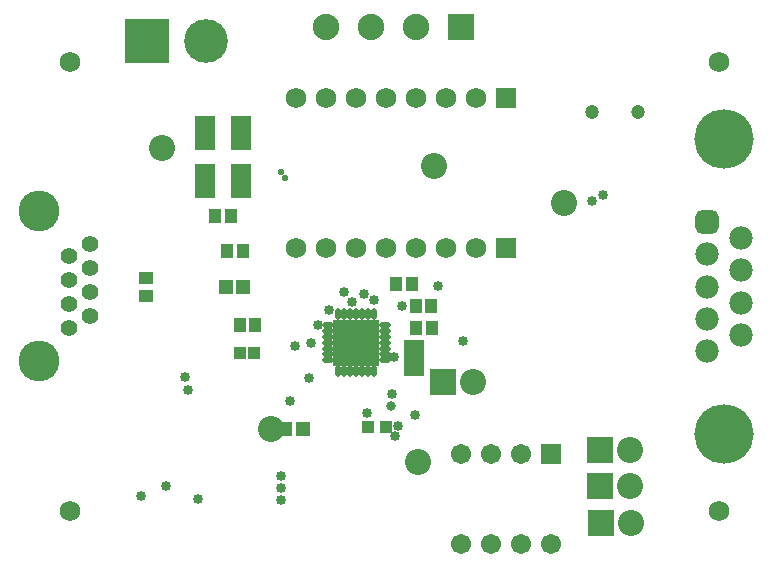
<source format=gbs>
G04 Layer_Color=8150272*
%FSLAX24Y24*%
%MOIN*%
G70*
G01*
G75*
%ADD82R,0.0493X0.0474*%
%ADD84C,0.0680*%
%ADD85C,0.0552*%
%ADD86C,0.1360*%
%ADD87C,0.0671*%
%ADD88R,0.0671X0.0671*%
%ADD89C,0.0780*%
G04:AMPARAMS|DCode=90|XSize=78mil|YSize=78mil|CornerRadius=21.5mil|HoleSize=0mil|Usage=FLASHONLY|Rotation=90.000|XOffset=0mil|YOffset=0mil|HoleType=Round|Shape=RoundedRectangle|*
%AMROUNDEDRECTD90*
21,1,0.0780,0.0350,0,0,90.0*
21,1,0.0350,0.0780,0,0,90.0*
1,1,0.0430,0.0175,0.0175*
1,1,0.0430,0.0175,-0.0175*
1,1,0.0430,-0.0175,-0.0175*
1,1,0.0430,-0.0175,0.0175*
%
%ADD90ROUNDEDRECTD90*%
%ADD91C,0.1980*%
%ADD92R,0.0680X0.0680*%
%ADD93C,0.0867*%
%ADD94R,0.0867X0.0867*%
%ADD95C,0.1458*%
%ADD96R,0.1458X0.1458*%
%ADD97C,0.0880*%
%ADD98R,0.0880X0.0880*%
%ADD99C,0.0474*%
%ADD100C,0.0336*%
%ADD101C,0.0316*%
%ADD102C,0.0218*%
%ADD103C,0.0332*%
%ADD104R,0.0671X0.1182*%
%ADD105R,0.0434X0.0474*%
%ADD106R,0.0454X0.0493*%
%ADD107R,0.0513X0.0434*%
%ADD108R,0.0651X0.0592*%
%ADD109R,0.0395X0.0434*%
%ADD110R,0.0434X0.0434*%
%ADD111O,0.0395X0.0178*%
%ADD112O,0.0178X0.0395*%
%ADD113R,0.1537X0.1537*%
D82*
X13681Y30709D02*
D03*
X13091D02*
D03*
D84*
X5906Y27953D02*
D03*
X27559Y42913D02*
D03*
X5906D02*
D03*
X27559Y27953D02*
D03*
X19472Y41732D02*
D03*
X18472D02*
D03*
X17472D02*
D03*
X16472D02*
D03*
X15472D02*
D03*
X14472D02*
D03*
X13472D02*
D03*
X19472Y36732D02*
D03*
X18472D02*
D03*
X17472D02*
D03*
X16472D02*
D03*
X15472D02*
D03*
X14472D02*
D03*
X13472D02*
D03*
D85*
X5882Y36457D02*
D03*
X6583Y36059D02*
D03*
X5882Y35657D02*
D03*
X6583Y35260D02*
D03*
Y36858D02*
D03*
X5882Y34858D02*
D03*
X6583Y34461D02*
D03*
X5882Y34063D02*
D03*
D86*
X4882Y37961D02*
D03*
Y32961D02*
D03*
D87*
X18972Y26846D02*
D03*
X19972D02*
D03*
X20972D02*
D03*
X21972D02*
D03*
X18972Y29846D02*
D03*
X19972D02*
D03*
X20972D02*
D03*
D88*
X21972D02*
D03*
D89*
X28285Y37058D02*
D03*
Y35978D02*
D03*
Y34898D02*
D03*
Y33818D02*
D03*
X27165Y36518D02*
D03*
Y35438D02*
D03*
Y34358D02*
D03*
Y33278D02*
D03*
D90*
Y37598D02*
D03*
D91*
X27725Y30518D02*
D03*
Y40358D02*
D03*
D92*
X20472Y41732D02*
D03*
Y36732D02*
D03*
D93*
X24622Y27559D02*
D03*
X24583Y29980D02*
D03*
X24602Y28780D02*
D03*
X19346Y32264D02*
D03*
X17534Y29596D02*
D03*
X8980Y40043D02*
D03*
X12618Y30709D02*
D03*
X22387Y38224D02*
D03*
X18051Y39444D02*
D03*
D94*
X23622Y27559D02*
D03*
X23583Y29980D02*
D03*
X23602Y28780D02*
D03*
X18346Y32264D02*
D03*
D95*
X10447Y43613D02*
D03*
D96*
X8479D02*
D03*
D97*
X14447Y44094D02*
D03*
X15947D02*
D03*
X17447D02*
D03*
D98*
X18947D02*
D03*
D99*
X23326Y41276D02*
D03*
X24845Y41255D02*
D03*
D100*
X10198Y28365D02*
D03*
X19027Y33611D02*
D03*
X12942Y29140D02*
D03*
Y28340D02*
D03*
Y28740D02*
D03*
X16996Y34809D02*
D03*
X13415Y33459D02*
D03*
X13898Y32404D02*
D03*
X13246Y31622D02*
D03*
X16870Y30787D02*
D03*
X17408Y31167D02*
D03*
X14190Y34163D02*
D03*
X23338Y38287D02*
D03*
X23688Y38484D02*
D03*
X9117Y28799D02*
D03*
X8287Y28465D02*
D03*
X15728Y35207D02*
D03*
X16743Y30463D02*
D03*
X15837Y31211D02*
D03*
X16644Y31850D02*
D03*
X16723Y33102D02*
D03*
X13939Y33553D02*
D03*
X15315Y34911D02*
D03*
X15896Y34006D02*
D03*
X15463D02*
D03*
X15030D02*
D03*
X15896Y33573D02*
D03*
X15463D02*
D03*
X15030D02*
D03*
X15896Y33140D02*
D03*
X15463D02*
D03*
X15030D02*
D03*
X14567Y34656D02*
D03*
X15069Y35256D02*
D03*
X16053Y34980D02*
D03*
X18186Y35448D02*
D03*
D101*
X16634Y31457D02*
D03*
D102*
X12943Y39272D02*
D03*
X13081Y39055D02*
D03*
D103*
X9754Y32411D02*
D03*
X9843Y31998D02*
D03*
D104*
X10433Y40551D02*
D03*
X11614D02*
D03*
X10433Y38976D02*
D03*
X11614D02*
D03*
D105*
X10758Y37795D02*
D03*
X11289D02*
D03*
X11152Y36614D02*
D03*
X11683D02*
D03*
X11575Y34154D02*
D03*
X12087D02*
D03*
X17313Y35531D02*
D03*
X16782D02*
D03*
X17461Y34783D02*
D03*
X17972D02*
D03*
X17451Y34055D02*
D03*
X17982D02*
D03*
D106*
X11132Y35433D02*
D03*
X11703D02*
D03*
D107*
X8465Y35728D02*
D03*
Y35138D02*
D03*
D108*
X17382Y33376D02*
D03*
Y32746D02*
D03*
D109*
X12067Y33228D02*
D03*
X11594D02*
D03*
D110*
X15866Y30768D02*
D03*
X16457D02*
D03*
D111*
X16417Y34163D02*
D03*
Y33967D02*
D03*
Y33770D02*
D03*
Y33573D02*
D03*
Y33376D02*
D03*
Y33179D02*
D03*
Y32982D02*
D03*
X14508D02*
D03*
Y33179D02*
D03*
Y33376D02*
D03*
Y33573D02*
D03*
Y33770D02*
D03*
Y33967D02*
D03*
Y34163D02*
D03*
D112*
X16053Y32618D02*
D03*
X15856D02*
D03*
X15659D02*
D03*
X15463D02*
D03*
X15266D02*
D03*
X15069D02*
D03*
X14872D02*
D03*
Y34528D02*
D03*
X15069D02*
D03*
X15266D02*
D03*
X15463D02*
D03*
X15659D02*
D03*
X15856D02*
D03*
X16053D02*
D03*
D113*
X15450Y33573D02*
D03*
M02*

</source>
